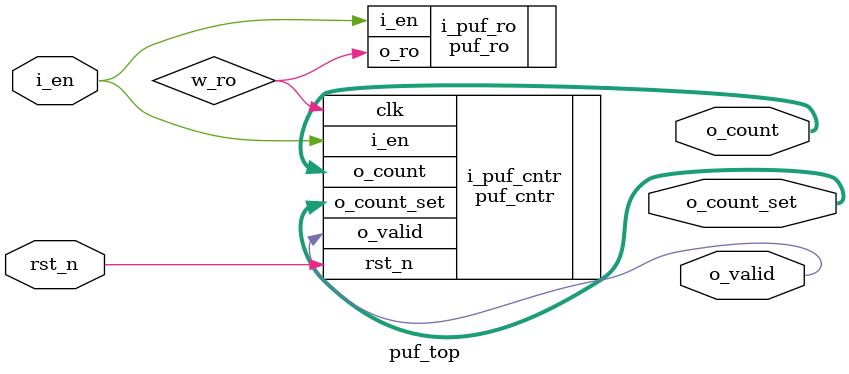
<source format=v>
`timescale 1ns/1ps
module puf_top #(
	parameter CNT_BIT_SIZE = 5 ,
	parameter CNT_SET      = 16,
	parameter N_STAGE      = 5
) (
	input                     i_en       ,
	input                     rst_n      ,
	output                    o_valid    ,
	output [CNT_BIT_SIZE-1:0] o_count    ,
	output [CNT_BIT_SIZE-1:0] o_count_set
);

// internal Signals

	wire w_ro;

//********************************************************************************
//** Module Instantiation
//********************************************************************************
	puf_ro  #( 
		.N_STAGE(N_STAGE)
		)i_puf_ro (
		.i_en(i_en),
		.o_ro(w_ro)
	);
//********************************************************************************
//** PUF Counter module instantiation 
//********************************************************************************
	puf_cntr #(
		.CNT_BIT_SIZE(CNT_BIT_SIZE),
		.CNT_SET     (CNT_SET     )
	) i_puf_cntr (
		.clk        (w_ro       ),
		.rst_n      (rst_n      ),
		.i_en       (i_en       ),
		.o_valid    (o_valid    ),
		.o_count    (o_count    ),
		.o_count_set(o_count_set)
	);


endmodule // puf_top
</source>
